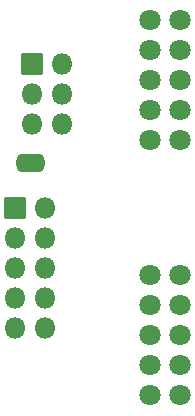
<source format=gbr>
G04 #@! TF.GenerationSoftware,KiCad,Pcbnew,(6.0.0)*
G04 #@! TF.CreationDate,2022-01-07T01:25:47-05:00*
G04 #@! TF.ProjectId,SKR-Mini_Screen,534b522d-4d69-46e6-995f-53637265656e,rev?*
G04 #@! TF.SameCoordinates,Original*
G04 #@! TF.FileFunction,Soldermask,Top*
G04 #@! TF.FilePolarity,Negative*
%FSLAX46Y46*%
G04 Gerber Fmt 4.6, Leading zero omitted, Abs format (unit mm)*
G04 Created by KiCad (PCBNEW (6.0.0)) date 2022-01-07 01:25:47*
%MOMM*%
%LPD*%
G01*
G04 APERTURE LIST*
G04 Aperture macros list*
%AMRoundRect*
0 Rectangle with rounded corners*
0 $1 Rounding radius*
0 $2 $3 $4 $5 $6 $7 $8 $9 X,Y pos of 4 corners*
0 Add a 4 corners polygon primitive as box body*
4,1,4,$2,$3,$4,$5,$6,$7,$8,$9,$2,$3,0*
0 Add four circle primitives for the rounded corners*
1,1,$1+$1,$2,$3*
1,1,$1+$1,$4,$5*
1,1,$1+$1,$6,$7*
1,1,$1+$1,$8,$9*
0 Add four rect primitives between the rounded corners*
20,1,$1+$1,$2,$3,$4,$5,0*
20,1,$1+$1,$4,$5,$6,$7,0*
20,1,$1+$1,$6,$7,$8,$9,0*
20,1,$1+$1,$8,$9,$2,$3,0*%
%AMFreePoly0*
4,1,37,0.536062,0.786062,0.551000,0.750000,0.551000,-0.750000,0.536062,-0.786062,0.500000,-0.801000,0.000000,-0.801000,-0.012525,-0.795812,-0.080875,-0.794559,-0.095149,-0.792248,-0.230464,-0.749973,-0.243516,-0.743747,-0.361526,-0.665192,-0.372306,-0.655554,-0.463526,-0.547035,-0.471167,-0.534759,-0.528262,-0.405000,-0.532150,-0.391073,-0.549733,-0.256613,-0.548336,-0.256430,-0.551000,-0.250000,
-0.551000,0.250000,-0.550512,0.251179,-0.550356,0.263956,-0.528545,0.404033,-0.524317,0.417860,-0.464069,0.546185,-0.456130,0.558271,-0.362286,0.664529,-0.351274,0.673901,-0.231379,0.749549,-0.218180,0.755454,-0.081873,0.794411,-0.067546,0.796373,-0.011990,0.796033,0.000000,0.801000,0.500000,0.801000,0.536062,0.786062,0.536062,0.786062,$1*%
%AMFreePoly1*
4,1,37,0.012349,0.795885,0.074216,0.795507,0.088518,0.793370,0.224339,0.752751,0.237465,0.746685,0.356427,0.669578,0.367324,0.660073,0.459862,0.552676,0.467652,0.540494,0.526329,0.411442,0.530388,0.397563,0.550485,0.257230,0.551000,0.250000,0.551000,-0.250000,0.550996,-0.250622,0.550847,-0.262838,0.550144,-0.270677,0.526624,-0.410478,0.522228,-0.424254,0.460416,-0.551833,
0.452330,-0.563821,0.357195,-0.668925,0.346069,-0.678161,0.225259,-0.752338,0.211989,-0.758081,0.075216,-0.795370,0.060866,-0.797157,0.011464,-0.796251,0.000000,-0.801000,-0.500000,-0.801000,-0.536062,-0.786062,-0.551000,-0.750000,-0.551000,0.750000,-0.536062,0.786062,-0.500000,0.801000,0.000000,0.801000,0.012349,0.795885,0.012349,0.795885,$1*%
G04 Aperture macros list end*
%ADD10C,1.802000*%
%ADD11FreePoly0,0.000000*%
%ADD12FreePoly1,0.000000*%
%ADD13O,1.802000X1.802000*%
%ADD14RoundRect,0.051000X0.850000X0.850000X-0.850000X0.850000X-0.850000X-0.850000X0.850000X-0.850000X0*%
G04 APERTURE END LIST*
D10*
X139700000Y-100965000D03*
X137160000Y-100965000D03*
X139700000Y-98425000D03*
X137160000Y-98425000D03*
X139700000Y-95885000D03*
X137160000Y-95885000D03*
X139700000Y-93345000D03*
X137160000Y-93345000D03*
X139700000Y-90805000D03*
X137160000Y-90805000D03*
X139700000Y-122555000D03*
X137160000Y-122555000D03*
X139700000Y-120015000D03*
X137160000Y-120015000D03*
X139700000Y-117475000D03*
X137160000Y-117475000D03*
X139700000Y-114935000D03*
X137160000Y-114935000D03*
X139700000Y-112395000D03*
X137160000Y-112395000D03*
D11*
X126350000Y-102870000D03*
D12*
X127650000Y-102870000D03*
D13*
X128270000Y-116840000D03*
X125730000Y-116840000D03*
X128270000Y-114300000D03*
X125730000Y-114300000D03*
X128270000Y-111760000D03*
X125730000Y-111760000D03*
X128270000Y-109220000D03*
X125730000Y-109220000D03*
X128270000Y-106680000D03*
D14*
X125730000Y-106680000D03*
D13*
X129673000Y-99568000D03*
X127133000Y-99568000D03*
X129673000Y-97028000D03*
X127133000Y-97028000D03*
X129673000Y-94488000D03*
D14*
X127133000Y-94488000D03*
G36*
X126899267Y-102103301D02*
G01*
X126950946Y-102146489D01*
X127019661Y-102155120D01*
X127082291Y-102125156D01*
X127100348Y-102104318D01*
X127102238Y-102103664D01*
X127103749Y-102104974D01*
X127103821Y-102106018D01*
X127101000Y-102120199D01*
X127101000Y-103619801D01*
X127103978Y-103634774D01*
X127103335Y-103636668D01*
X127101373Y-103637058D01*
X127100733Y-103636699D01*
X127049054Y-103593511D01*
X126980339Y-103584880D01*
X126917709Y-103614844D01*
X126899652Y-103635682D01*
X126897762Y-103636336D01*
X126896251Y-103635026D01*
X126896179Y-103633982D01*
X126899000Y-103619801D01*
X126899000Y-102120199D01*
X126896022Y-102105226D01*
X126896665Y-102103332D01*
X126898627Y-102102942D01*
X126899267Y-102103301D01*
G37*
M02*

</source>
